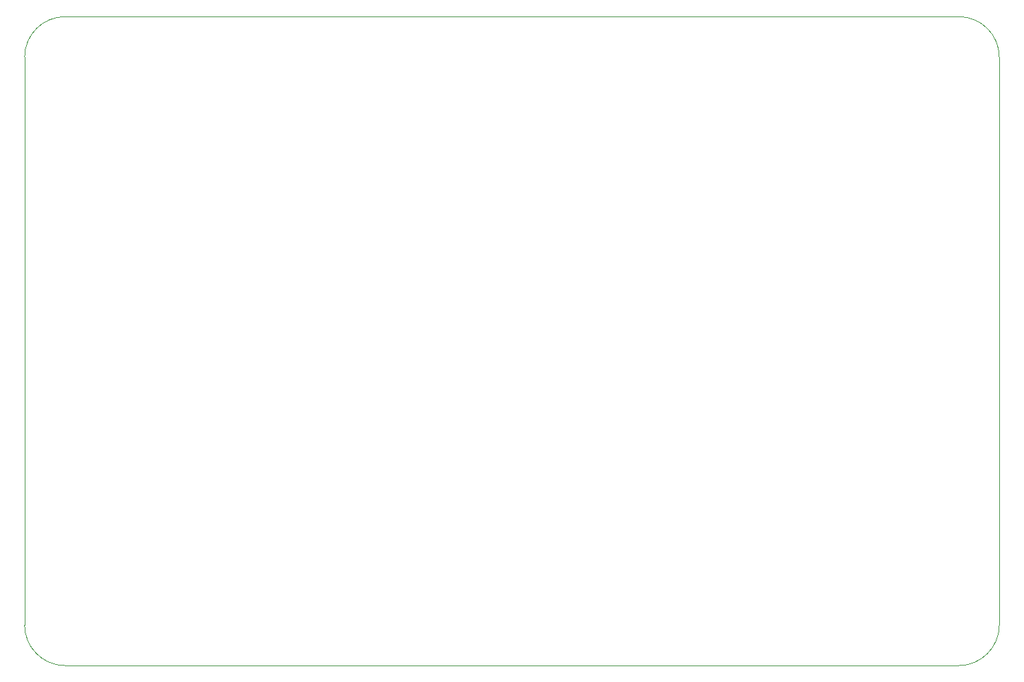
<source format=gbr>
G04 #@! TF.GenerationSoftware,KiCad,Pcbnew,(5.1.4)-1*
G04 #@! TF.CreationDate,2019-10-17T12:58:38+02:00*
G04 #@! TF.ProjectId,entrenador_v1,656e7472-656e-4616-946f-725f76312e6b,rev?*
G04 #@! TF.SameCoordinates,Original*
G04 #@! TF.FileFunction,Legend,Bot*
G04 #@! TF.FilePolarity,Positive*
%FSLAX46Y46*%
G04 Gerber Fmt 4.6, Leading zero omitted, Abs format (unit mm)*
G04 Created by KiCad (PCBNEW (5.1.4)-1) date 2019-10-17 12:58:38*
%MOMM*%
%LPD*%
G04 APERTURE LIST*
%ADD10C,0.050000*%
G04 APERTURE END LIST*
D10*
X77000000Y-122000000D02*
X77000000Y-52000000D01*
X192000000Y-127000000D02*
X82000000Y-127000000D01*
X197000000Y-52000000D02*
X197000000Y-122000000D01*
X82000000Y-47000000D02*
X192000000Y-47000000D01*
X82000000Y-127000000D02*
G75*
G02X77000000Y-122000000I0J5000000D01*
G01*
X77000000Y-52000000D02*
G75*
G02X82000000Y-47000000I5000000J0D01*
G01*
X192000000Y-47000000D02*
G75*
G02X197000000Y-52000000I0J-5000000D01*
G01*
X197000000Y-122000000D02*
G75*
G02X192000000Y-127000000I-5000000J0D01*
G01*
M02*

</source>
